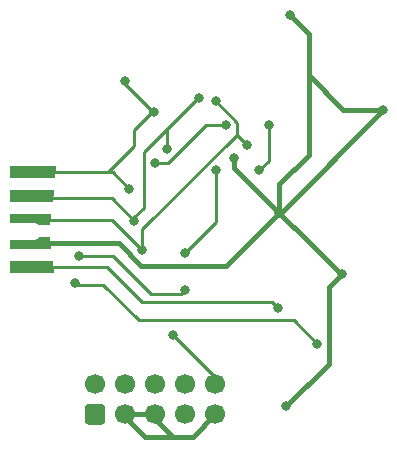
<source format=gbl>
%TF.GenerationSoftware,KiCad,Pcbnew,(5.1.5)-3*%
%TF.CreationDate,2020-11-29T17:59:18-06:00*%
%TF.ProjectId,ePenguin-Debug,6550656e-6775-4696-9e2d-44656275672e,rev?*%
%TF.SameCoordinates,Original*%
%TF.FileFunction,Copper,L2,Bot*%
%TF.FilePolarity,Positive*%
%FSLAX46Y46*%
G04 Gerber Fmt 4.6, Leading zero omitted, Abs format (unit mm)*
G04 Created by KiCad (PCBNEW (5.1.5)-3) date 2020-11-29 17:59:18*
%MOMM*%
%LPD*%
G04 APERTURE LIST*
%TA.AperFunction,ComponentPad*%
%ADD10C,1.700000*%
%TD*%
%TA.AperFunction,ComponentPad*%
%ADD11C,0.100000*%
%TD*%
%TA.AperFunction,SMDPad,CuDef*%
%ADD12C,0.100000*%
%TD*%
%TA.AperFunction,ViaPad*%
%ADD13C,0.800000*%
%TD*%
%TA.AperFunction,Conductor*%
%ADD14C,0.250000*%
%TD*%
%TA.AperFunction,Conductor*%
%ADD15C,0.400000*%
%TD*%
G04 APERTURE END LIST*
D10*
%TO.P,J3,10*%
%TO.N,Net-(J1-Pad10)*%
X118960000Y-81960000D03*
%TO.P,J3,8*%
%TO.N,Net-(J2-Pad8)*%
X116420000Y-81960000D03*
%TO.P,J3,6*%
%TO.N,Net-(J1-Pad6)*%
X113880000Y-81960000D03*
%TO.P,J3,4*%
%TO.N,Net-(J1-Pad4)*%
X111340000Y-81960000D03*
%TO.P,J3,2*%
%TO.N,Net-(J1-Pad2)*%
X108800000Y-81960000D03*
%TO.P,J3,9*%
%TO.N,GND*%
X118960000Y-84500000D03*
%TO.P,J3,7*%
%TO.N,Net-(J2-Pad7)*%
X116420000Y-84500000D03*
%TO.P,J3,5*%
%TO.N,GND*%
X113880000Y-84500000D03*
%TO.P,J3,3*%
X111340000Y-84500000D03*
%TA.AperFunction,ComponentPad*%
D11*
%TO.P,J3,1*%
%TO.N,Net-(J1-Pad1)*%
G36*
X109424504Y-83651204D02*
G01*
X109448773Y-83654804D01*
X109472571Y-83660765D01*
X109495671Y-83669030D01*
X109517849Y-83679520D01*
X109538893Y-83692133D01*
X109558598Y-83706747D01*
X109576777Y-83723223D01*
X109593253Y-83741402D01*
X109607867Y-83761107D01*
X109620480Y-83782151D01*
X109630970Y-83804329D01*
X109639235Y-83827429D01*
X109645196Y-83851227D01*
X109648796Y-83875496D01*
X109650000Y-83900000D01*
X109650000Y-85100000D01*
X109648796Y-85124504D01*
X109645196Y-85148773D01*
X109639235Y-85172571D01*
X109630970Y-85195671D01*
X109620480Y-85217849D01*
X109607867Y-85238893D01*
X109593253Y-85258598D01*
X109576777Y-85276777D01*
X109558598Y-85293253D01*
X109538893Y-85307867D01*
X109517849Y-85320480D01*
X109495671Y-85330970D01*
X109472571Y-85339235D01*
X109448773Y-85345196D01*
X109424504Y-85348796D01*
X109400000Y-85350000D01*
X108200000Y-85350000D01*
X108175496Y-85348796D01*
X108151227Y-85345196D01*
X108127429Y-85339235D01*
X108104329Y-85330970D01*
X108082151Y-85320480D01*
X108061107Y-85307867D01*
X108041402Y-85293253D01*
X108023223Y-85276777D01*
X108006747Y-85258598D01*
X107992133Y-85238893D01*
X107979520Y-85217849D01*
X107969030Y-85195671D01*
X107960765Y-85172571D01*
X107954804Y-85148773D01*
X107951204Y-85124504D01*
X107950000Y-85100000D01*
X107950000Y-83900000D01*
X107951204Y-83875496D01*
X107954804Y-83851227D01*
X107960765Y-83827429D01*
X107969030Y-83804329D01*
X107979520Y-83782151D01*
X107992133Y-83761107D01*
X108006747Y-83741402D01*
X108023223Y-83723223D01*
X108041402Y-83706747D01*
X108061107Y-83692133D01*
X108082151Y-83679520D01*
X108104329Y-83669030D01*
X108127429Y-83660765D01*
X108151227Y-83654804D01*
X108175496Y-83651204D01*
X108200000Y-83650000D01*
X109400000Y-83650000D01*
X109424504Y-83651204D01*
G37*
%TD.AperFunction*%
%TD*%
%TA.AperFunction,SMDPad,CuDef*%
D12*
%TO.P,J1,8*%
%TO.N,/DEBUG_RX*%
G36*
X101600000Y-72500000D02*
G01*
X101600000Y-71500000D01*
X105200000Y-71500000D01*
X105300000Y-72500000D01*
X101600000Y-72500000D01*
G37*
%TD.AperFunction*%
%TA.AperFunction,SMDPad,CuDef*%
%TO.P,J1,6*%
%TO.N,Net-(J1-Pad6)*%
G36*
X105200000Y-66500000D02*
G01*
X101600000Y-66500000D01*
X101600000Y-65500000D01*
X105300000Y-65500000D01*
X105200000Y-66500000D01*
G37*
%TD.AperFunction*%
%TA.AperFunction,SMDPad,CuDef*%
%TO.P,J1,10*%
%TO.N,Net-(J1-Pad10)*%
G36*
X105400000Y-64500000D02*
G01*
X101600000Y-64500000D01*
X101600000Y-63500000D01*
X105500000Y-63500000D01*
X105400000Y-64500000D01*
G37*
%TD.AperFunction*%
%TA.AperFunction,SMDPad,CuDef*%
%TO.P,J1,3*%
%TO.N,GND*%
G36*
X101600000Y-70500000D02*
G01*
X101600000Y-69700000D01*
X103610000Y-69700000D01*
X103720000Y-69690000D01*
X103800000Y-69670000D01*
X103860000Y-69650000D01*
X103910000Y-69630000D01*
X103960000Y-69600000D01*
X104020000Y-69560000D01*
X104070000Y-69520000D01*
X104090000Y-69500000D01*
X105000000Y-69500000D01*
X105100000Y-70500000D01*
X101600000Y-70500000D01*
G37*
%TD.AperFunction*%
%TA.AperFunction,SMDPad,CuDef*%
%TO.P,J1,4*%
%TO.N,Net-(J1-Pad4)*%
G36*
X105000000Y-68500000D02*
G01*
X104090000Y-68500000D01*
X104070000Y-68480000D01*
X104020000Y-68440000D01*
X103960000Y-68400000D01*
X103910000Y-68370000D01*
X103860000Y-68350000D01*
X103800000Y-68330000D01*
X103720000Y-68310000D01*
X103610000Y-68300000D01*
X101600000Y-68300000D01*
X101600000Y-67500000D01*
X105100000Y-67500000D01*
X105000000Y-68500000D01*
G37*
%TD.AperFunction*%
%TD*%
D13*
%TO.N,/DEBUG_RX*%
X124300000Y-75500000D03*
%TO.N,GND*%
X133200000Y-58700000D03*
X125000000Y-83800000D03*
X124400000Y-67400000D03*
X125300000Y-50700000D03*
X120600000Y-62800000D03*
X129700000Y-72600000D03*
%TO.N,/DEBUG_TX*%
X107100000Y-73400000D03*
X127600000Y-78500000D03*
%TO.N,Net-(J1-Pad6)*%
X112100000Y-68100000D03*
X117600000Y-57700000D03*
X114900000Y-62000000D03*
%TO.N,Net-(J1-Pad10)*%
X115400000Y-77800000D03*
X111700000Y-65400000D03*
X113800000Y-58900000D03*
X111300000Y-56300000D03*
%TO.N,Net-(J1-Pad4)*%
X112800000Y-70600000D03*
X119000000Y-58000000D03*
X121700000Y-61700000D03*
%TO.N,Net-(J1-Pad2)*%
X119900000Y-60000000D03*
X113900000Y-63200000D03*
%TO.N,Net-(J1-Pad1)*%
X123500000Y-60000000D03*
X119000000Y-63800000D03*
X116400000Y-70800000D03*
X107400000Y-71100000D03*
X116400000Y-74000000D03*
X122700000Y-63800000D03*
%TD*%
D14*
%TO.N,/DEBUG_RX*%
X109800000Y-72000000D02*
X103400000Y-72000000D01*
X124300000Y-75500000D02*
X123800000Y-75000000D01*
X112800000Y-75000000D02*
X109800000Y-72000000D01*
X123800000Y-75000000D02*
X112800000Y-75000000D01*
D15*
%TO.N,GND*%
X111340000Y-84500000D02*
X113880000Y-84500000D01*
X113880000Y-84500000D02*
X113880000Y-84880000D01*
X113880000Y-84880000D02*
X115400000Y-86400000D01*
X117060000Y-86400000D02*
X118960000Y-84500000D01*
X111340000Y-84500000D02*
X111340000Y-84740000D01*
X113000000Y-86400000D02*
X115600000Y-86400000D01*
X111340000Y-84740000D02*
X113000000Y-86400000D01*
X115600000Y-86400000D02*
X117060000Y-86400000D01*
X115400000Y-86400000D02*
X115600000Y-86400000D01*
X125300000Y-50700000D02*
X126900000Y-52300000D01*
X126900000Y-52300000D02*
X126900000Y-55800000D01*
X129800000Y-58700000D02*
X133200000Y-58700000D01*
X126900000Y-55800000D02*
X129800000Y-58700000D01*
X126900000Y-55800000D02*
X126900000Y-62500000D01*
X124400000Y-65000000D02*
X124400000Y-67400000D01*
X126900000Y-62500000D02*
X124400000Y-65000000D01*
X120600000Y-63600000D02*
X124400000Y-67400000D01*
X120600000Y-62800000D02*
X120600000Y-63600000D01*
X124500000Y-67400000D02*
X124400000Y-67400000D01*
X133200000Y-58700000D02*
X124500000Y-67400000D01*
X110800000Y-70000000D02*
X103100000Y-70000000D01*
X112700000Y-71900000D02*
X110800000Y-70000000D01*
X119900000Y-71900000D02*
X112700000Y-71900000D01*
X124400000Y-67400000D02*
X119900000Y-71900000D01*
X128600000Y-80200000D02*
X125000000Y-83800000D01*
X128600000Y-73700000D02*
X128600000Y-80200000D01*
X129700000Y-72600000D02*
X128600000Y-73700000D01*
X126800000Y-69800000D02*
X124400000Y-67400000D01*
X129600000Y-72600000D02*
X126800000Y-69800000D01*
X129700000Y-72600000D02*
X129600000Y-72600000D01*
D14*
%TO.N,/DEBUG_TX*%
X107100000Y-73400000D02*
X107200000Y-73500000D01*
X107200000Y-73500000D02*
X109500000Y-73500000D01*
X109500000Y-73500000D02*
X112500000Y-76500000D01*
X125600000Y-76500000D02*
X127600000Y-78500000D01*
X112500000Y-76500000D02*
X125600000Y-76500000D01*
%TO.N,Net-(J1-Pad6)*%
X103600000Y-66200000D02*
X103400000Y-66000000D01*
X112100000Y-68100000D02*
X110200000Y-66200000D01*
X110200000Y-66200000D02*
X103600000Y-66200000D01*
X112900000Y-62300000D02*
X117500000Y-57700000D01*
X117500000Y-57700000D02*
X117600000Y-57700000D01*
X112900000Y-67000000D02*
X112900000Y-62300000D01*
X112100000Y-67800000D02*
X112900000Y-67000000D01*
X112100000Y-68100000D02*
X112100000Y-67800000D01*
X114900000Y-60300000D02*
X117500000Y-57700000D01*
X114900000Y-62000000D02*
X114900000Y-60300000D01*
%TO.N,Net-(J1-Pad10)*%
X103500000Y-64000000D02*
X109900000Y-64000000D01*
X118960000Y-81360000D02*
X115400000Y-77800000D01*
X118960000Y-81960000D02*
X118960000Y-81360000D01*
X110300000Y-64000000D02*
X109900000Y-64000000D01*
X111700000Y-65400000D02*
X110300000Y-64000000D01*
X112100000Y-61800000D02*
X109900000Y-64000000D01*
X112100000Y-60400000D02*
X112100000Y-61800000D01*
X113800000Y-58900000D02*
X113600000Y-58900000D01*
X113600000Y-58900000D02*
X112100000Y-60400000D01*
X113700000Y-58900000D02*
X113800000Y-58900000D01*
X111300000Y-56500000D02*
X113700000Y-58900000D01*
X111300000Y-56300000D02*
X111300000Y-56500000D01*
%TO.N,Net-(J1-Pad4)*%
X103100000Y-68000000D02*
X110200000Y-68000000D01*
X110200000Y-68000000D02*
X112800000Y-70600000D01*
X120800000Y-59800000D02*
X119000000Y-58000000D01*
X120800000Y-60400000D02*
X120800000Y-59800000D01*
X120800000Y-60800000D02*
X120800000Y-60400000D01*
X121700000Y-61700000D02*
X120800000Y-60800000D01*
X112800000Y-68800000D02*
X120800000Y-60800000D01*
X112800000Y-70600000D02*
X112800000Y-68800000D01*
%TO.N,Net-(J1-Pad2)*%
X118200000Y-60000000D02*
X119900000Y-60000000D01*
X115000000Y-63200000D02*
X118200000Y-60000000D01*
X113900000Y-63200000D02*
X115000000Y-63200000D01*
%TO.N,Net-(J1-Pad1)*%
X119000000Y-68200000D02*
X116400000Y-70800000D01*
X119000000Y-63800000D02*
X119000000Y-68200000D01*
X107400000Y-71100000D02*
X110300000Y-71100000D01*
X110300000Y-71100000D02*
X113500000Y-74300000D01*
X116100000Y-74300000D02*
X116400000Y-74000000D01*
X113500000Y-74300000D02*
X116100000Y-74300000D01*
X123500000Y-63000000D02*
X123500000Y-60000000D01*
X122700000Y-63800000D02*
X123500000Y-63000000D01*
%TD*%
M02*

</source>
